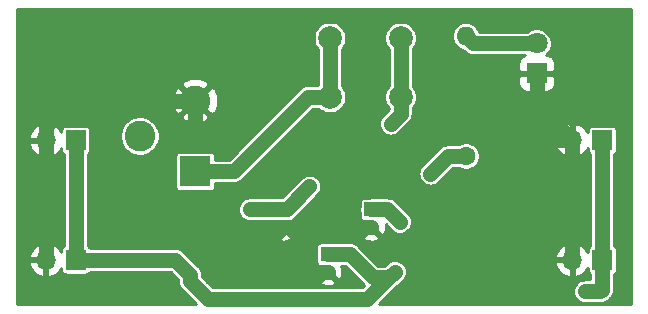
<source format=gbl>
G04 #@! TF.GenerationSoftware,KiCad,Pcbnew,(5.1.4)-1*
G04 #@! TF.CreationDate,2020-03-26T20:17:56-03:00*
G04 #@! TF.ProjectId,Protoboard-power,50726f74-6f62-46f6-9172-642d706f7765,rev?*
G04 #@! TF.SameCoordinates,Original*
G04 #@! TF.FileFunction,Copper,L2,Bot*
G04 #@! TF.FilePolarity,Positive*
%FSLAX46Y46*%
G04 Gerber Fmt 4.6, Leading zero omitted, Abs format (unit mm)*
G04 Created by KiCad (PCBNEW (5.1.4)-1) date 2020-03-26 20:17:56*
%MOMM*%
%LPD*%
G04 APERTURE LIST*
%ADD10R,1.200000X1.200000*%
%ADD11C,1.200000*%
%ADD12R,1.800000X1.800000*%
%ADD13C,1.800000*%
%ADD14R,2.600000X2.600000*%
%ADD15C,2.600000*%
%ADD16R,1.700000X1.700000*%
%ADD17O,1.700000X1.700000*%
%ADD18C,1.600000*%
%ADD19O,1.600000X1.600000*%
%ADD20C,2.000000*%
%ADD21C,0.800000*%
%ADD22C,1.250000*%
%ADD23C,0.254000*%
G04 APERTURE END LIST*
D10*
X123000000Y-85000000D03*
D11*
X123000000Y-86500000D03*
X126825000Y-90275000D03*
D10*
X126825000Y-88775000D03*
D11*
X130500000Y-86500000D03*
D10*
X130500000Y-85000000D03*
D12*
X144500000Y-73500000D03*
D13*
X144500000Y-70960000D03*
D14*
X115600000Y-81800000D03*
D15*
X115600000Y-75800000D03*
X110900000Y-78800000D03*
D16*
X105500000Y-79150000D03*
D17*
X102960000Y-79150000D03*
X102960000Y-89300000D03*
D16*
X105500000Y-89300000D03*
X150050000Y-79150000D03*
D17*
X147510000Y-79150000D03*
X147510000Y-89300000D03*
D16*
X150050000Y-89300000D03*
D18*
X138500000Y-80500000D03*
D19*
X138500000Y-70340000D03*
D20*
X133000000Y-70500000D03*
X133000000Y-75500000D03*
X127000000Y-70500000D03*
X127000000Y-75500000D03*
D21*
X105500000Y-81500000D03*
X115163990Y-90536010D03*
X132500000Y-90300000D03*
X101000000Y-68500000D03*
X101000000Y-92500000D03*
X152000000Y-92500000D03*
X152000000Y-68500000D03*
X115150000Y-70500000D03*
X130000000Y-72650000D03*
X114250000Y-86800000D03*
X147500000Y-81500000D03*
X102950000Y-81500000D03*
X121750000Y-90300000D03*
X139900000Y-86750000D03*
X120200000Y-85000000D03*
X125275000Y-83075000D03*
X135500000Y-82000000D03*
X132925000Y-86075000D03*
X148600000Y-91950000D03*
X150050000Y-81500000D03*
X132150000Y-77750000D03*
D22*
X105500000Y-79150000D02*
X105500000Y-89300000D01*
X113927980Y-89300000D02*
X115163990Y-90536010D01*
X105500000Y-89300000D02*
X113927980Y-89300000D01*
X115163990Y-91101695D02*
X116676285Y-92613990D01*
X115163990Y-90536010D02*
X115163990Y-91101695D01*
X116676285Y-92613990D02*
X130186010Y-92613990D01*
X130675000Y-90775000D02*
X132025000Y-90775000D01*
X128675000Y-88775000D02*
X130675000Y-90775000D01*
X126825000Y-88775000D02*
X128675000Y-88775000D01*
X130186010Y-92613990D02*
X132025000Y-90775000D01*
X132025000Y-90775000D02*
X132500000Y-90300000D01*
X144500000Y-76140000D02*
X147510000Y-79150000D01*
X144500000Y-73500000D02*
X144500000Y-76140000D01*
X113761523Y-75800000D02*
X115600000Y-75800000D01*
X105107919Y-75800000D02*
X113761523Y-75800000D01*
X102960000Y-77947919D02*
X105107919Y-75800000D01*
X102960000Y-79150000D02*
X102960000Y-77947919D01*
X115600000Y-77638477D02*
X113050000Y-80188477D01*
X115600000Y-75800000D02*
X115600000Y-77638477D01*
X122151472Y-86500000D02*
X123000000Y-86500000D01*
X116214998Y-86500000D02*
X122151472Y-86500000D01*
X113050000Y-83335002D02*
X116214998Y-86500000D01*
X113050000Y-80188477D02*
X113050000Y-83335002D01*
X125926472Y-90275000D02*
X126825000Y-90275000D01*
X123000000Y-86500000D02*
X130500000Y-86500000D01*
X145400000Y-79150000D02*
X142675000Y-81875000D01*
X147510000Y-79150000D02*
X145400000Y-79150000D01*
X147510000Y-79150000D02*
X147510000Y-89300000D01*
X102960000Y-79150000D02*
X102960000Y-89300000D01*
X121775000Y-90275000D02*
X121750000Y-90300000D01*
X126825000Y-90275000D02*
X121775000Y-90275000D01*
X121750000Y-87750000D02*
X123000000Y-86500000D01*
X121750000Y-90300000D02*
X121750000Y-87750000D01*
X123000000Y-85000000D02*
X120200000Y-85000000D01*
X123350000Y-85000000D02*
X125275000Y-83075000D01*
X123000000Y-85000000D02*
X123350000Y-85000000D01*
X137000000Y-80500000D02*
X135500000Y-82000000D01*
X138500000Y-80500000D02*
X137000000Y-80500000D01*
X131850000Y-85000000D02*
X132925000Y-86075000D01*
X130500000Y-85000000D02*
X131850000Y-85000000D01*
X150050000Y-79150000D02*
X150050000Y-89300000D01*
X148600000Y-91950000D02*
X149900000Y-91950000D01*
X150050000Y-91800000D02*
X150050000Y-89300000D01*
X149900000Y-91950000D02*
X150050000Y-91800000D01*
X139120000Y-70960000D02*
X138500000Y-70340000D01*
X144500000Y-70960000D02*
X139120000Y-70960000D01*
X133000000Y-70500000D02*
X133000000Y-75500000D01*
X133000000Y-76900000D02*
X132150000Y-77750000D01*
X133000000Y-75500000D02*
X133000000Y-76900000D01*
X115600000Y-81800000D02*
X118850000Y-81800000D01*
X125150000Y-75500000D02*
X127000000Y-75500000D01*
X118850000Y-81800000D02*
X125150000Y-75500000D01*
X127000000Y-70500000D02*
X127000000Y-75500000D01*
D23*
G36*
X152494001Y-93058000D02*
G01*
X131164698Y-93058000D01*
X132272698Y-91950000D01*
X147589133Y-91950000D01*
X147608557Y-92147210D01*
X147666081Y-92336842D01*
X147759495Y-92511608D01*
X147885209Y-92664791D01*
X148038392Y-92790505D01*
X148213158Y-92883919D01*
X148402790Y-92941443D01*
X148550586Y-92956000D01*
X149850586Y-92956000D01*
X149900000Y-92960867D01*
X149949414Y-92956000D01*
X150097210Y-92941443D01*
X150286842Y-92883919D01*
X150461608Y-92790505D01*
X150614791Y-92664791D01*
X150646296Y-92626402D01*
X150726402Y-92546296D01*
X150764791Y-92514791D01*
X150890505Y-92361608D01*
X150983919Y-92186842D01*
X151041443Y-91997210D01*
X151056000Y-91849414D01*
X151056000Y-91849413D01*
X151060867Y-91800001D01*
X151056000Y-91750587D01*
X151056000Y-90498627D01*
X151112696Y-90468322D01*
X151170711Y-90420711D01*
X151218322Y-90362696D01*
X151253701Y-90296508D01*
X151275487Y-90224689D01*
X151282843Y-90150000D01*
X151282843Y-88450000D01*
X151275487Y-88375311D01*
X151253701Y-88303492D01*
X151218322Y-88237304D01*
X151170711Y-88179289D01*
X151112696Y-88131678D01*
X151056000Y-88101373D01*
X151056000Y-80348627D01*
X151112696Y-80318322D01*
X151170711Y-80270711D01*
X151218322Y-80212696D01*
X151253701Y-80146508D01*
X151275487Y-80074689D01*
X151282843Y-80000000D01*
X151282843Y-78300000D01*
X151275487Y-78225311D01*
X151253701Y-78153492D01*
X151218322Y-78087304D01*
X151170711Y-78029289D01*
X151112696Y-77981678D01*
X151046508Y-77946299D01*
X150974689Y-77924513D01*
X150900000Y-77917157D01*
X149200000Y-77917157D01*
X149125311Y-77924513D01*
X149053492Y-77946299D01*
X148987304Y-77981678D01*
X148929289Y-78029289D01*
X148881678Y-78087304D01*
X148846299Y-78153492D01*
X148824513Y-78225311D01*
X148817157Y-78300000D01*
X148817157Y-78456633D01*
X148705178Y-78268645D01*
X148510269Y-78052412D01*
X148276920Y-77878359D01*
X148014099Y-77753175D01*
X147866890Y-77708524D01*
X147637000Y-77829845D01*
X147637000Y-79023000D01*
X147657000Y-79023000D01*
X147657000Y-79277000D01*
X147637000Y-79277000D01*
X147637000Y-80470155D01*
X147866890Y-80591476D01*
X148014099Y-80546825D01*
X148276920Y-80421641D01*
X148510269Y-80247588D01*
X148705178Y-80031355D01*
X148817157Y-79843367D01*
X148817157Y-80000000D01*
X148824513Y-80074689D01*
X148846299Y-80146508D01*
X148881678Y-80212696D01*
X148929289Y-80270711D01*
X148987304Y-80318322D01*
X149044000Y-80348627D01*
X149044001Y-88101372D01*
X148987304Y-88131678D01*
X148929289Y-88179289D01*
X148881678Y-88237304D01*
X148846299Y-88303492D01*
X148824513Y-88375311D01*
X148817157Y-88450000D01*
X148817157Y-88606633D01*
X148705178Y-88418645D01*
X148510269Y-88202412D01*
X148276920Y-88028359D01*
X148014099Y-87903175D01*
X147866890Y-87858524D01*
X147637000Y-87979845D01*
X147637000Y-89173000D01*
X147657000Y-89173000D01*
X147657000Y-89427000D01*
X147637000Y-89427000D01*
X147637000Y-90620155D01*
X147866890Y-90741476D01*
X148014099Y-90696825D01*
X148276920Y-90571641D01*
X148510269Y-90397588D01*
X148705178Y-90181355D01*
X148817157Y-89993367D01*
X148817157Y-90150000D01*
X148824513Y-90224689D01*
X148846299Y-90296508D01*
X148881678Y-90362696D01*
X148929289Y-90420711D01*
X148987304Y-90468322D01*
X149044001Y-90498628D01*
X149044000Y-90944000D01*
X148550586Y-90944000D01*
X148402790Y-90958557D01*
X148213158Y-91016081D01*
X148038392Y-91109495D01*
X147885209Y-91235209D01*
X147759495Y-91388392D01*
X147666081Y-91563158D01*
X147608557Y-91752790D01*
X147589133Y-91950000D01*
X132272698Y-91950000D01*
X132701409Y-91521290D01*
X132739791Y-91489791D01*
X132771296Y-91451402D01*
X133246290Y-90976408D01*
X133340504Y-90861607D01*
X133433918Y-90686843D01*
X133491443Y-90497211D01*
X133510866Y-90300001D01*
X133491443Y-90102791D01*
X133433918Y-89913159D01*
X133340504Y-89738393D01*
X133273618Y-89656891D01*
X146068519Y-89656891D01*
X146165843Y-89931252D01*
X146314822Y-90181355D01*
X146509731Y-90397588D01*
X146743080Y-90571641D01*
X147005901Y-90696825D01*
X147153110Y-90741476D01*
X147383000Y-90620155D01*
X147383000Y-89427000D01*
X146189186Y-89427000D01*
X146068519Y-89656891D01*
X133273618Y-89656891D01*
X133214790Y-89585210D01*
X133061607Y-89459496D01*
X132886841Y-89366082D01*
X132697209Y-89308557D01*
X132499999Y-89289134D01*
X132302789Y-89308557D01*
X132113157Y-89366082D01*
X131938393Y-89459496D01*
X131823592Y-89553710D01*
X131608302Y-89769000D01*
X131091699Y-89769000D01*
X130265808Y-88943109D01*
X146068519Y-88943109D01*
X146189186Y-89173000D01*
X147383000Y-89173000D01*
X147383000Y-87979845D01*
X147153110Y-87858524D01*
X147005901Y-87903175D01*
X146743080Y-88028359D01*
X146509731Y-88202412D01*
X146314822Y-88418645D01*
X146165843Y-88668748D01*
X146068519Y-88943109D01*
X130265808Y-88943109D01*
X129421296Y-88098598D01*
X129389791Y-88060209D01*
X129236608Y-87934495D01*
X129061842Y-87841081D01*
X128872210Y-87783557D01*
X128724414Y-87769000D01*
X128675000Y-87764133D01*
X128625586Y-87769000D01*
X126775586Y-87769000D01*
X126627790Y-87783557D01*
X126599439Y-87792157D01*
X126225000Y-87792157D01*
X126150311Y-87799513D01*
X126078492Y-87821299D01*
X126012304Y-87856678D01*
X125954289Y-87904289D01*
X125906678Y-87962304D01*
X125871299Y-88028492D01*
X125849513Y-88100311D01*
X125842157Y-88175000D01*
X125842157Y-88549439D01*
X125833557Y-88577790D01*
X125814133Y-88775000D01*
X125833557Y-88972210D01*
X125842157Y-89000561D01*
X125842157Y-89375000D01*
X125849513Y-89449689D01*
X125860373Y-89485491D01*
X125858128Y-89487736D01*
X125862329Y-89491937D01*
X125871299Y-89521508D01*
X125906678Y-89587696D01*
X125928810Y-89614664D01*
X125751652Y-89652148D01*
X125650763Y-89873516D01*
X125595000Y-90110313D01*
X125586505Y-90353438D01*
X125625605Y-90593549D01*
X125710798Y-90821418D01*
X125751652Y-90897852D01*
X125975236Y-90945159D01*
X126645395Y-90275000D01*
X126631253Y-90260858D01*
X126810858Y-90081253D01*
X126825000Y-90095395D01*
X126839143Y-90081253D01*
X127018748Y-90260858D01*
X127004605Y-90275000D01*
X127674764Y-90945159D01*
X127898348Y-90897852D01*
X127999237Y-90676484D01*
X128055000Y-90439687D01*
X128063495Y-90196562D01*
X128024395Y-89956451D01*
X127958799Y-89781000D01*
X128258302Y-89781000D01*
X129927301Y-91450000D01*
X129769312Y-91607990D01*
X117092984Y-91607990D01*
X116609758Y-91124764D01*
X126154841Y-91124764D01*
X126202148Y-91348348D01*
X126423516Y-91449237D01*
X126660313Y-91505000D01*
X126903438Y-91513495D01*
X127143549Y-91474395D01*
X127371418Y-91389202D01*
X127447852Y-91348348D01*
X127495159Y-91124764D01*
X126825000Y-90454605D01*
X126154841Y-91124764D01*
X116609758Y-91124764D01*
X116169990Y-90684997D01*
X116169990Y-90585423D01*
X116174857Y-90536009D01*
X116155433Y-90338799D01*
X116141067Y-90291443D01*
X116097909Y-90149168D01*
X116004495Y-89974402D01*
X115878781Y-89821219D01*
X115840397Y-89789718D01*
X114674276Y-88623598D01*
X114642771Y-88585209D01*
X114489588Y-88459495D01*
X114314822Y-88366081D01*
X114125190Y-88308557D01*
X113977394Y-88294000D01*
X113927980Y-88289133D01*
X113878566Y-88294000D01*
X106698627Y-88294000D01*
X106668322Y-88237304D01*
X106620711Y-88179289D01*
X106562696Y-88131678D01*
X106506000Y-88101373D01*
X106506000Y-87349764D01*
X122329841Y-87349764D01*
X122377148Y-87573348D01*
X122598516Y-87674237D01*
X122835313Y-87730000D01*
X123078438Y-87738495D01*
X123318549Y-87699395D01*
X123546418Y-87614202D01*
X123622852Y-87573348D01*
X123670159Y-87349764D01*
X129829841Y-87349764D01*
X129877148Y-87573348D01*
X130098516Y-87674237D01*
X130335313Y-87730000D01*
X130578438Y-87738495D01*
X130818549Y-87699395D01*
X131046418Y-87614202D01*
X131122852Y-87573348D01*
X131170159Y-87349764D01*
X130500000Y-86679605D01*
X129829841Y-87349764D01*
X123670159Y-87349764D01*
X123000000Y-86679605D01*
X122329841Y-87349764D01*
X106506000Y-87349764D01*
X106506000Y-85000000D01*
X119189133Y-85000000D01*
X119208557Y-85197210D01*
X119266081Y-85386842D01*
X119359495Y-85561608D01*
X119485209Y-85714791D01*
X119638392Y-85840505D01*
X119813158Y-85933919D01*
X120002790Y-85991443D01*
X120150586Y-86006000D01*
X121867927Y-86006000D01*
X121825763Y-86098516D01*
X121770000Y-86335313D01*
X121761505Y-86578438D01*
X121800605Y-86818549D01*
X121885798Y-87046418D01*
X121926652Y-87122852D01*
X122150236Y-87170159D01*
X122820395Y-86500000D01*
X122806253Y-86485858D01*
X122985858Y-86306253D01*
X123000000Y-86320395D01*
X123014143Y-86306253D01*
X123193748Y-86485858D01*
X123179605Y-86500000D01*
X123849764Y-87170159D01*
X124073348Y-87122852D01*
X124174237Y-86901484D01*
X124230000Y-86664687D01*
X124233013Y-86578438D01*
X129261505Y-86578438D01*
X129300605Y-86818549D01*
X129385798Y-87046418D01*
X129426652Y-87122852D01*
X129650236Y-87170159D01*
X130320395Y-86500000D01*
X130306253Y-86485858D01*
X130485858Y-86306253D01*
X130500000Y-86320395D01*
X130514143Y-86306253D01*
X130693748Y-86485858D01*
X130679605Y-86500000D01*
X131349764Y-87170159D01*
X131573348Y-87122852D01*
X131674237Y-86901484D01*
X131730000Y-86664687D01*
X131738495Y-86421562D01*
X131717026Y-86289725D01*
X132248591Y-86821290D01*
X132363392Y-86915504D01*
X132538158Y-87008919D01*
X132727790Y-87066443D01*
X132925000Y-87085867D01*
X133122210Y-87066443D01*
X133311842Y-87008919D01*
X133486607Y-86915504D01*
X133639791Y-86789791D01*
X133765504Y-86636607D01*
X133858919Y-86461842D01*
X133916443Y-86272210D01*
X133935867Y-86075000D01*
X133916443Y-85877790D01*
X133858919Y-85688158D01*
X133765504Y-85513392D01*
X133671290Y-85398591D01*
X132596296Y-84323598D01*
X132564791Y-84285209D01*
X132411608Y-84159495D01*
X132236842Y-84066081D01*
X132047210Y-84008557D01*
X131899414Y-83994000D01*
X131850000Y-83989133D01*
X131800586Y-83994000D01*
X130450586Y-83994000D01*
X130302790Y-84008557D01*
X130274439Y-84017157D01*
X129900000Y-84017157D01*
X129825311Y-84024513D01*
X129753492Y-84046299D01*
X129687304Y-84081678D01*
X129629289Y-84129289D01*
X129581678Y-84187304D01*
X129546299Y-84253492D01*
X129524513Y-84325311D01*
X129517157Y-84400000D01*
X129517157Y-84774439D01*
X129508557Y-84802790D01*
X129489133Y-85000000D01*
X129508557Y-85197210D01*
X129517157Y-85225561D01*
X129517157Y-85600000D01*
X129524513Y-85674689D01*
X129535373Y-85710491D01*
X129533128Y-85712736D01*
X129537329Y-85716937D01*
X129546299Y-85746508D01*
X129581678Y-85812696D01*
X129603810Y-85839664D01*
X129426652Y-85877148D01*
X129325763Y-86098516D01*
X129270000Y-86335313D01*
X129261505Y-86578438D01*
X124233013Y-86578438D01*
X124238495Y-86421562D01*
X124199395Y-86181451D01*
X124114202Y-85953582D01*
X124073348Y-85877148D01*
X123908363Y-85842240D01*
X123911608Y-85840505D01*
X124064791Y-85714791D01*
X124096296Y-85676402D01*
X126021290Y-83751409D01*
X126115504Y-83636608D01*
X126208918Y-83461842D01*
X126266443Y-83272211D01*
X126285867Y-83075001D01*
X126266443Y-82877791D01*
X126208918Y-82688159D01*
X126115504Y-82513393D01*
X125989790Y-82360210D01*
X125836607Y-82234496D01*
X125661841Y-82141082D01*
X125472209Y-82083557D01*
X125274999Y-82064133D01*
X125077789Y-82083557D01*
X124888158Y-82141082D01*
X124713392Y-82234496D01*
X124598591Y-82328710D01*
X122933302Y-83994000D01*
X120150586Y-83994000D01*
X120002790Y-84008557D01*
X119813158Y-84066081D01*
X119638392Y-84159495D01*
X119485209Y-84285209D01*
X119359495Y-84438392D01*
X119266081Y-84613158D01*
X119208557Y-84802790D01*
X119189133Y-85000000D01*
X106506000Y-85000000D01*
X106506000Y-80500000D01*
X113917157Y-80500000D01*
X113917157Y-83100000D01*
X113924513Y-83174689D01*
X113946299Y-83246508D01*
X113981678Y-83312696D01*
X114029289Y-83370711D01*
X114087304Y-83418322D01*
X114153492Y-83453701D01*
X114225311Y-83475487D01*
X114300000Y-83482843D01*
X116900000Y-83482843D01*
X116974689Y-83475487D01*
X117046508Y-83453701D01*
X117112696Y-83418322D01*
X117170711Y-83370711D01*
X117218322Y-83312696D01*
X117253701Y-83246508D01*
X117275487Y-83174689D01*
X117282843Y-83100000D01*
X117282843Y-82806000D01*
X118800586Y-82806000D01*
X118850000Y-82810867D01*
X118899414Y-82806000D01*
X119047210Y-82791443D01*
X119236842Y-82733919D01*
X119411608Y-82640505D01*
X119564791Y-82514791D01*
X119596296Y-82476402D01*
X120072698Y-82000000D01*
X134489133Y-82000000D01*
X134508557Y-82197209D01*
X134566081Y-82386841D01*
X134659496Y-82561607D01*
X134785210Y-82714790D01*
X134938393Y-82840504D01*
X135113159Y-82933919D01*
X135302791Y-82991443D01*
X135500000Y-83010867D01*
X135697209Y-82991443D01*
X135886841Y-82933919D01*
X136061607Y-82840504D01*
X136176408Y-82746290D01*
X137416699Y-81506000D01*
X137879843Y-81506000D01*
X137940587Y-81546588D01*
X138155515Y-81635614D01*
X138383682Y-81681000D01*
X138616318Y-81681000D01*
X138844485Y-81635614D01*
X139059413Y-81546588D01*
X139252843Y-81417342D01*
X139417342Y-81252843D01*
X139546588Y-81059413D01*
X139635614Y-80844485D01*
X139681000Y-80616318D01*
X139681000Y-80383682D01*
X139635614Y-80155515D01*
X139546588Y-79940587D01*
X139417342Y-79747157D01*
X139252843Y-79582658D01*
X139139450Y-79506891D01*
X146068519Y-79506891D01*
X146165843Y-79781252D01*
X146314822Y-80031355D01*
X146509731Y-80247588D01*
X146743080Y-80421641D01*
X147005901Y-80546825D01*
X147153110Y-80591476D01*
X147383000Y-80470155D01*
X147383000Y-79277000D01*
X146189186Y-79277000D01*
X146068519Y-79506891D01*
X139139450Y-79506891D01*
X139059413Y-79453412D01*
X138844485Y-79364386D01*
X138616318Y-79319000D01*
X138383682Y-79319000D01*
X138155515Y-79364386D01*
X137940587Y-79453412D01*
X137879843Y-79494000D01*
X137049406Y-79494000D01*
X136999999Y-79489134D01*
X136950592Y-79494000D01*
X136950586Y-79494000D01*
X136822689Y-79506597D01*
X136802789Y-79508557D01*
X136745265Y-79526007D01*
X136613158Y-79566081D01*
X136438392Y-79659495D01*
X136285209Y-79785209D01*
X136253708Y-79823593D01*
X134753710Y-81323592D01*
X134659496Y-81438393D01*
X134566081Y-81613159D01*
X134508557Y-81802791D01*
X134489133Y-82000000D01*
X120072698Y-82000000D01*
X123279589Y-78793109D01*
X146068519Y-78793109D01*
X146189186Y-79023000D01*
X147383000Y-79023000D01*
X147383000Y-77829845D01*
X147153110Y-77708524D01*
X147005901Y-77753175D01*
X146743080Y-77878359D01*
X146509731Y-78052412D01*
X146314822Y-78268645D01*
X146165843Y-78518748D01*
X146068519Y-78793109D01*
X123279589Y-78793109D01*
X124322698Y-77750000D01*
X131139133Y-77750000D01*
X131158557Y-77947209D01*
X131216081Y-78136841D01*
X131309496Y-78311607D01*
X131435210Y-78464790D01*
X131588393Y-78590504D01*
X131763159Y-78683919D01*
X131952791Y-78741443D01*
X132150000Y-78760867D01*
X132347209Y-78741443D01*
X132536841Y-78683919D01*
X132711607Y-78590504D01*
X132826408Y-78496290D01*
X133676407Y-77646292D01*
X133714791Y-77614791D01*
X133840505Y-77461608D01*
X133933919Y-77286842D01*
X133991443Y-77097210D01*
X134006000Y-76949414D01*
X134010867Y-76900000D01*
X134006000Y-76850586D01*
X134006000Y-76447029D01*
X134072693Y-76380336D01*
X134223826Y-76154149D01*
X134327929Y-75902823D01*
X134381000Y-75636017D01*
X134381000Y-75363983D01*
X134327929Y-75097177D01*
X134223826Y-74845851D01*
X134072693Y-74619664D01*
X134006000Y-74552971D01*
X134006000Y-74400000D01*
X142961928Y-74400000D01*
X142974188Y-74524482D01*
X143010498Y-74644180D01*
X143069463Y-74754494D01*
X143148815Y-74851185D01*
X143245506Y-74930537D01*
X143355820Y-74989502D01*
X143475518Y-75025812D01*
X143600000Y-75038072D01*
X144214250Y-75035000D01*
X144373000Y-74876250D01*
X144373000Y-73627000D01*
X144627000Y-73627000D01*
X144627000Y-74876250D01*
X144785750Y-75035000D01*
X145400000Y-75038072D01*
X145524482Y-75025812D01*
X145644180Y-74989502D01*
X145754494Y-74930537D01*
X145851185Y-74851185D01*
X145930537Y-74754494D01*
X145989502Y-74644180D01*
X146025812Y-74524482D01*
X146038072Y-74400000D01*
X146035000Y-73785750D01*
X145876250Y-73627000D01*
X144627000Y-73627000D01*
X144373000Y-73627000D01*
X143123750Y-73627000D01*
X142965000Y-73785750D01*
X142961928Y-74400000D01*
X134006000Y-74400000D01*
X134006000Y-71447029D01*
X134072693Y-71380336D01*
X134223826Y-71154149D01*
X134327929Y-70902823D01*
X134381000Y-70636017D01*
X134381000Y-70363983D01*
X134376230Y-70340000D01*
X137313286Y-70340000D01*
X137336088Y-70571516D01*
X137403619Y-70794136D01*
X137513283Y-70999303D01*
X137660866Y-71179134D01*
X137840697Y-71326717D01*
X138045864Y-71436381D01*
X138229340Y-71492038D01*
X138373704Y-71636402D01*
X138405209Y-71674791D01*
X138558392Y-71800505D01*
X138733158Y-71893919D01*
X138865265Y-71933993D01*
X138922789Y-71951443D01*
X138942689Y-71953403D01*
X139070586Y-71966000D01*
X139070592Y-71966000D01*
X139119999Y-71970866D01*
X139169406Y-71966000D01*
X143558655Y-71966000D01*
X143475518Y-71974188D01*
X143355820Y-72010498D01*
X143245506Y-72069463D01*
X143148815Y-72148815D01*
X143069463Y-72245506D01*
X143010498Y-72355820D01*
X142974188Y-72475518D01*
X142961928Y-72600000D01*
X142965000Y-73214250D01*
X143123750Y-73373000D01*
X144373000Y-73373000D01*
X144373000Y-73353000D01*
X144627000Y-73353000D01*
X144627000Y-73373000D01*
X145876250Y-73373000D01*
X146035000Y-73214250D01*
X146038072Y-72600000D01*
X146025812Y-72475518D01*
X145989502Y-72355820D01*
X145930537Y-72245506D01*
X145851185Y-72148815D01*
X145754494Y-72069463D01*
X145644180Y-72010498D01*
X145524482Y-71974188D01*
X145400000Y-71961928D01*
X145305541Y-71962400D01*
X145316590Y-71955018D01*
X145495018Y-71776590D01*
X145635207Y-71566781D01*
X145731772Y-71333654D01*
X145781000Y-71086167D01*
X145781000Y-70833833D01*
X145731772Y-70586346D01*
X145635207Y-70353219D01*
X145495018Y-70143410D01*
X145316590Y-69964982D01*
X145106781Y-69824793D01*
X144873654Y-69728228D01*
X144626167Y-69679000D01*
X144373833Y-69679000D01*
X144126346Y-69728228D01*
X143893219Y-69824793D01*
X143699846Y-69954000D01*
X139617050Y-69954000D01*
X139596381Y-69885864D01*
X139486717Y-69680697D01*
X139339134Y-69500866D01*
X139159303Y-69353283D01*
X138954136Y-69243619D01*
X138731516Y-69176088D01*
X138558016Y-69159000D01*
X138441984Y-69159000D01*
X138268484Y-69176088D01*
X138045864Y-69243619D01*
X137840697Y-69353283D01*
X137660866Y-69500866D01*
X137513283Y-69680697D01*
X137403619Y-69885864D01*
X137336088Y-70108484D01*
X137313286Y-70340000D01*
X134376230Y-70340000D01*
X134327929Y-70097177D01*
X134223826Y-69845851D01*
X134072693Y-69619664D01*
X133880336Y-69427307D01*
X133654149Y-69276174D01*
X133402823Y-69172071D01*
X133136017Y-69119000D01*
X132863983Y-69119000D01*
X132597177Y-69172071D01*
X132345851Y-69276174D01*
X132119664Y-69427307D01*
X131927307Y-69619664D01*
X131776174Y-69845851D01*
X131672071Y-70097177D01*
X131619000Y-70363983D01*
X131619000Y-70636017D01*
X131672071Y-70902823D01*
X131776174Y-71154149D01*
X131927307Y-71380336D01*
X131994000Y-71447029D01*
X131994001Y-74552970D01*
X131927307Y-74619664D01*
X131776174Y-74845851D01*
X131672071Y-75097177D01*
X131619000Y-75363983D01*
X131619000Y-75636017D01*
X131672071Y-75902823D01*
X131776174Y-76154149D01*
X131927307Y-76380336D01*
X131994001Y-76447030D01*
X131994001Y-76483301D01*
X131403710Y-77073592D01*
X131309496Y-77188393D01*
X131216081Y-77363159D01*
X131158557Y-77552791D01*
X131139133Y-77750000D01*
X124322698Y-77750000D01*
X125566699Y-76506000D01*
X126052971Y-76506000D01*
X126119664Y-76572693D01*
X126345851Y-76723826D01*
X126597177Y-76827929D01*
X126863983Y-76881000D01*
X127136017Y-76881000D01*
X127402823Y-76827929D01*
X127654149Y-76723826D01*
X127880336Y-76572693D01*
X128072693Y-76380336D01*
X128223826Y-76154149D01*
X128327929Y-75902823D01*
X128381000Y-75636017D01*
X128381000Y-75363983D01*
X128327929Y-75097177D01*
X128223826Y-74845851D01*
X128072693Y-74619664D01*
X128006000Y-74552971D01*
X128006000Y-71447029D01*
X128072693Y-71380336D01*
X128223826Y-71154149D01*
X128327929Y-70902823D01*
X128381000Y-70636017D01*
X128381000Y-70363983D01*
X128327929Y-70097177D01*
X128223826Y-69845851D01*
X128072693Y-69619664D01*
X127880336Y-69427307D01*
X127654149Y-69276174D01*
X127402823Y-69172071D01*
X127136017Y-69119000D01*
X126863983Y-69119000D01*
X126597177Y-69172071D01*
X126345851Y-69276174D01*
X126119664Y-69427307D01*
X125927307Y-69619664D01*
X125776174Y-69845851D01*
X125672071Y-70097177D01*
X125619000Y-70363983D01*
X125619000Y-70636017D01*
X125672071Y-70902823D01*
X125776174Y-71154149D01*
X125927307Y-71380336D01*
X125994000Y-71447029D01*
X125994001Y-74494000D01*
X125199406Y-74494000D01*
X125149999Y-74489134D01*
X125100592Y-74494000D01*
X125100586Y-74494000D01*
X124972689Y-74506597D01*
X124952789Y-74508557D01*
X124900292Y-74524482D01*
X124763158Y-74566081D01*
X124588392Y-74659495D01*
X124435209Y-74785209D01*
X124403708Y-74823593D01*
X118433302Y-80794000D01*
X117282843Y-80794000D01*
X117282843Y-80500000D01*
X117275487Y-80425311D01*
X117253701Y-80353492D01*
X117218322Y-80287304D01*
X117170711Y-80229289D01*
X117112696Y-80181678D01*
X117046508Y-80146299D01*
X116974689Y-80124513D01*
X116900000Y-80117157D01*
X114300000Y-80117157D01*
X114225311Y-80124513D01*
X114153492Y-80146299D01*
X114087304Y-80181678D01*
X114029289Y-80229289D01*
X113981678Y-80287304D01*
X113946299Y-80353492D01*
X113924513Y-80425311D01*
X113917157Y-80500000D01*
X106506000Y-80500000D01*
X106506000Y-80348627D01*
X106562696Y-80318322D01*
X106620711Y-80270711D01*
X106668322Y-80212696D01*
X106703701Y-80146508D01*
X106725487Y-80074689D01*
X106732843Y-80000000D01*
X106732843Y-78634436D01*
X109219000Y-78634436D01*
X109219000Y-78965564D01*
X109283600Y-79290330D01*
X109410317Y-79596252D01*
X109594282Y-79871575D01*
X109828425Y-80105718D01*
X110103748Y-80289683D01*
X110409670Y-80416400D01*
X110734436Y-80481000D01*
X111065564Y-80481000D01*
X111390330Y-80416400D01*
X111696252Y-80289683D01*
X111971575Y-80105718D01*
X112205718Y-79871575D01*
X112389683Y-79596252D01*
X112516400Y-79290330D01*
X112581000Y-78965564D01*
X112581000Y-78634436D01*
X112516400Y-78309670D01*
X112389683Y-78003748D01*
X112205718Y-77728425D01*
X111971575Y-77494282D01*
X111696252Y-77310317D01*
X111390330Y-77183600D01*
X111217511Y-77149224D01*
X114430381Y-77149224D01*
X114562317Y-77444312D01*
X114903045Y-77615159D01*
X115270557Y-77716250D01*
X115650729Y-77743701D01*
X116028951Y-77696457D01*
X116390690Y-77576333D01*
X116637683Y-77444312D01*
X116769619Y-77149224D01*
X115600000Y-75979605D01*
X114430381Y-77149224D01*
X111217511Y-77149224D01*
X111065564Y-77119000D01*
X110734436Y-77119000D01*
X110409670Y-77183600D01*
X110103748Y-77310317D01*
X109828425Y-77494282D01*
X109594282Y-77728425D01*
X109410317Y-78003748D01*
X109283600Y-78309670D01*
X109219000Y-78634436D01*
X106732843Y-78634436D01*
X106732843Y-78300000D01*
X106725487Y-78225311D01*
X106703701Y-78153492D01*
X106668322Y-78087304D01*
X106620711Y-78029289D01*
X106562696Y-77981678D01*
X106496508Y-77946299D01*
X106424689Y-77924513D01*
X106350000Y-77917157D01*
X104650000Y-77917157D01*
X104575311Y-77924513D01*
X104503492Y-77946299D01*
X104437304Y-77981678D01*
X104379289Y-78029289D01*
X104331678Y-78087304D01*
X104296299Y-78153492D01*
X104274513Y-78225311D01*
X104267157Y-78300000D01*
X104267157Y-78456633D01*
X104155178Y-78268645D01*
X103960269Y-78052412D01*
X103726920Y-77878359D01*
X103464099Y-77753175D01*
X103316890Y-77708524D01*
X103087000Y-77829845D01*
X103087000Y-79023000D01*
X103107000Y-79023000D01*
X103107000Y-79277000D01*
X103087000Y-79277000D01*
X103087000Y-80470155D01*
X103316890Y-80591476D01*
X103464099Y-80546825D01*
X103726920Y-80421641D01*
X103960269Y-80247588D01*
X104155178Y-80031355D01*
X104267157Y-79843367D01*
X104267157Y-80000000D01*
X104274513Y-80074689D01*
X104296299Y-80146508D01*
X104331678Y-80212696D01*
X104379289Y-80270711D01*
X104437304Y-80318322D01*
X104494000Y-80348627D01*
X104494001Y-88101372D01*
X104437304Y-88131678D01*
X104379289Y-88179289D01*
X104331678Y-88237304D01*
X104296299Y-88303492D01*
X104274513Y-88375311D01*
X104267157Y-88450000D01*
X104267157Y-88606633D01*
X104155178Y-88418645D01*
X103960269Y-88202412D01*
X103726920Y-88028359D01*
X103464099Y-87903175D01*
X103316890Y-87858524D01*
X103087000Y-87979845D01*
X103087000Y-89173000D01*
X103107000Y-89173000D01*
X103107000Y-89427000D01*
X103087000Y-89427000D01*
X103087000Y-90620155D01*
X103316890Y-90741476D01*
X103464099Y-90696825D01*
X103726920Y-90571641D01*
X103960269Y-90397588D01*
X104155178Y-90181355D01*
X104267157Y-89993367D01*
X104267157Y-90150000D01*
X104274513Y-90224689D01*
X104296299Y-90296508D01*
X104331678Y-90362696D01*
X104379289Y-90420711D01*
X104437304Y-90468322D01*
X104503492Y-90503701D01*
X104575311Y-90525487D01*
X104650000Y-90532843D01*
X106350000Y-90532843D01*
X106424689Y-90525487D01*
X106496508Y-90503701D01*
X106562696Y-90468322D01*
X106620711Y-90420711D01*
X106668322Y-90362696D01*
X106698627Y-90306000D01*
X113511282Y-90306000D01*
X114157990Y-90952709D01*
X114157990Y-91052281D01*
X114153123Y-91101695D01*
X114172547Y-91298904D01*
X114230071Y-91488536D01*
X114250873Y-91527453D01*
X114323486Y-91663303D01*
X114449200Y-91816486D01*
X114487583Y-91847986D01*
X115697596Y-93058000D01*
X100506000Y-93058000D01*
X100506000Y-89656891D01*
X101518519Y-89656891D01*
X101615843Y-89931252D01*
X101764822Y-90181355D01*
X101959731Y-90397588D01*
X102193080Y-90571641D01*
X102455901Y-90696825D01*
X102603110Y-90741476D01*
X102833000Y-90620155D01*
X102833000Y-89427000D01*
X101639186Y-89427000D01*
X101518519Y-89656891D01*
X100506000Y-89656891D01*
X100506000Y-88943109D01*
X101518519Y-88943109D01*
X101639186Y-89173000D01*
X102833000Y-89173000D01*
X102833000Y-87979845D01*
X102603110Y-87858524D01*
X102455901Y-87903175D01*
X102193080Y-88028359D01*
X101959731Y-88202412D01*
X101764822Y-88418645D01*
X101615843Y-88668748D01*
X101518519Y-88943109D01*
X100506000Y-88943109D01*
X100506000Y-79506891D01*
X101518519Y-79506891D01*
X101615843Y-79781252D01*
X101764822Y-80031355D01*
X101959731Y-80247588D01*
X102193080Y-80421641D01*
X102455901Y-80546825D01*
X102603110Y-80591476D01*
X102833000Y-80470155D01*
X102833000Y-79277000D01*
X101639186Y-79277000D01*
X101518519Y-79506891D01*
X100506000Y-79506891D01*
X100506000Y-78793109D01*
X101518519Y-78793109D01*
X101639186Y-79023000D01*
X102833000Y-79023000D01*
X102833000Y-77829845D01*
X102603110Y-77708524D01*
X102455901Y-77753175D01*
X102193080Y-77878359D01*
X101959731Y-78052412D01*
X101764822Y-78268645D01*
X101615843Y-78518748D01*
X101518519Y-78793109D01*
X100506000Y-78793109D01*
X100506000Y-75850729D01*
X113656299Y-75850729D01*
X113703543Y-76228951D01*
X113823667Y-76590690D01*
X113955688Y-76837683D01*
X114250776Y-76969619D01*
X115420395Y-75800000D01*
X115779605Y-75800000D01*
X116949224Y-76969619D01*
X117244312Y-76837683D01*
X117415159Y-76496955D01*
X117516250Y-76129443D01*
X117543701Y-75749271D01*
X117496457Y-75371049D01*
X117376333Y-75009310D01*
X117244312Y-74762317D01*
X116949224Y-74630381D01*
X115779605Y-75800000D01*
X115420395Y-75800000D01*
X114250776Y-74630381D01*
X113955688Y-74762317D01*
X113784841Y-75103045D01*
X113683750Y-75470557D01*
X113656299Y-75850729D01*
X100506000Y-75850729D01*
X100506000Y-74450776D01*
X114430381Y-74450776D01*
X115600000Y-75620395D01*
X116769619Y-74450776D01*
X116637683Y-74155688D01*
X116296955Y-73984841D01*
X115929443Y-73883750D01*
X115549271Y-73856299D01*
X115171049Y-73903543D01*
X114809310Y-74023667D01*
X114562317Y-74155688D01*
X114430381Y-74450776D01*
X100506000Y-74450776D01*
X100506000Y-68070000D01*
X152494000Y-68070000D01*
X152494001Y-93058000D01*
X152494001Y-93058000D01*
G37*
X152494001Y-93058000D02*
X131164698Y-93058000D01*
X132272698Y-91950000D01*
X147589133Y-91950000D01*
X147608557Y-92147210D01*
X147666081Y-92336842D01*
X147759495Y-92511608D01*
X147885209Y-92664791D01*
X148038392Y-92790505D01*
X148213158Y-92883919D01*
X148402790Y-92941443D01*
X148550586Y-92956000D01*
X149850586Y-92956000D01*
X149900000Y-92960867D01*
X149949414Y-92956000D01*
X150097210Y-92941443D01*
X150286842Y-92883919D01*
X150461608Y-92790505D01*
X150614791Y-92664791D01*
X150646296Y-92626402D01*
X150726402Y-92546296D01*
X150764791Y-92514791D01*
X150890505Y-92361608D01*
X150983919Y-92186842D01*
X151041443Y-91997210D01*
X151056000Y-91849414D01*
X151056000Y-91849413D01*
X151060867Y-91800001D01*
X151056000Y-91750587D01*
X151056000Y-90498627D01*
X151112696Y-90468322D01*
X151170711Y-90420711D01*
X151218322Y-90362696D01*
X151253701Y-90296508D01*
X151275487Y-90224689D01*
X151282843Y-90150000D01*
X151282843Y-88450000D01*
X151275487Y-88375311D01*
X151253701Y-88303492D01*
X151218322Y-88237304D01*
X151170711Y-88179289D01*
X151112696Y-88131678D01*
X151056000Y-88101373D01*
X151056000Y-80348627D01*
X151112696Y-80318322D01*
X151170711Y-80270711D01*
X151218322Y-80212696D01*
X151253701Y-80146508D01*
X151275487Y-80074689D01*
X151282843Y-80000000D01*
X151282843Y-78300000D01*
X151275487Y-78225311D01*
X151253701Y-78153492D01*
X151218322Y-78087304D01*
X151170711Y-78029289D01*
X151112696Y-77981678D01*
X151046508Y-77946299D01*
X150974689Y-77924513D01*
X150900000Y-77917157D01*
X149200000Y-77917157D01*
X149125311Y-77924513D01*
X149053492Y-77946299D01*
X148987304Y-77981678D01*
X148929289Y-78029289D01*
X148881678Y-78087304D01*
X148846299Y-78153492D01*
X148824513Y-78225311D01*
X148817157Y-78300000D01*
X148817157Y-78456633D01*
X148705178Y-78268645D01*
X148510269Y-78052412D01*
X148276920Y-77878359D01*
X148014099Y-77753175D01*
X147866890Y-77708524D01*
X147637000Y-77829845D01*
X147637000Y-79023000D01*
X147657000Y-79023000D01*
X147657000Y-79277000D01*
X147637000Y-79277000D01*
X147637000Y-80470155D01*
X147866890Y-80591476D01*
X148014099Y-80546825D01*
X148276920Y-80421641D01*
X148510269Y-80247588D01*
X148705178Y-80031355D01*
X148817157Y-79843367D01*
X148817157Y-80000000D01*
X148824513Y-80074689D01*
X148846299Y-80146508D01*
X148881678Y-80212696D01*
X148929289Y-80270711D01*
X148987304Y-80318322D01*
X149044000Y-80348627D01*
X149044001Y-88101372D01*
X148987304Y-88131678D01*
X148929289Y-88179289D01*
X148881678Y-88237304D01*
X148846299Y-88303492D01*
X148824513Y-88375311D01*
X148817157Y-88450000D01*
X148817157Y-88606633D01*
X148705178Y-88418645D01*
X148510269Y-88202412D01*
X148276920Y-88028359D01*
X148014099Y-87903175D01*
X147866890Y-87858524D01*
X147637000Y-87979845D01*
X147637000Y-89173000D01*
X147657000Y-89173000D01*
X147657000Y-89427000D01*
X147637000Y-89427000D01*
X147637000Y-90620155D01*
X147866890Y-90741476D01*
X148014099Y-90696825D01*
X148276920Y-90571641D01*
X148510269Y-90397588D01*
X148705178Y-90181355D01*
X148817157Y-89993367D01*
X148817157Y-90150000D01*
X148824513Y-90224689D01*
X148846299Y-90296508D01*
X148881678Y-90362696D01*
X148929289Y-90420711D01*
X148987304Y-90468322D01*
X149044001Y-90498628D01*
X149044000Y-90944000D01*
X148550586Y-90944000D01*
X148402790Y-90958557D01*
X148213158Y-91016081D01*
X148038392Y-91109495D01*
X147885209Y-91235209D01*
X147759495Y-91388392D01*
X147666081Y-91563158D01*
X147608557Y-91752790D01*
X147589133Y-91950000D01*
X132272698Y-91950000D01*
X132701409Y-91521290D01*
X132739791Y-91489791D01*
X132771296Y-91451402D01*
X133246290Y-90976408D01*
X133340504Y-90861607D01*
X133433918Y-90686843D01*
X133491443Y-90497211D01*
X133510866Y-90300001D01*
X133491443Y-90102791D01*
X133433918Y-89913159D01*
X133340504Y-89738393D01*
X133273618Y-89656891D01*
X146068519Y-89656891D01*
X146165843Y-89931252D01*
X146314822Y-90181355D01*
X146509731Y-90397588D01*
X146743080Y-90571641D01*
X147005901Y-90696825D01*
X147153110Y-90741476D01*
X147383000Y-90620155D01*
X147383000Y-89427000D01*
X146189186Y-89427000D01*
X146068519Y-89656891D01*
X133273618Y-89656891D01*
X133214790Y-89585210D01*
X133061607Y-89459496D01*
X132886841Y-89366082D01*
X132697209Y-89308557D01*
X132499999Y-89289134D01*
X132302789Y-89308557D01*
X132113157Y-89366082D01*
X131938393Y-89459496D01*
X131823592Y-89553710D01*
X131608302Y-89769000D01*
X131091699Y-89769000D01*
X130265808Y-88943109D01*
X146068519Y-88943109D01*
X146189186Y-89173000D01*
X147383000Y-89173000D01*
X147383000Y-87979845D01*
X147153110Y-87858524D01*
X147005901Y-87903175D01*
X146743080Y-88028359D01*
X146509731Y-88202412D01*
X146314822Y-88418645D01*
X146165843Y-88668748D01*
X146068519Y-88943109D01*
X130265808Y-88943109D01*
X129421296Y-88098598D01*
X129389791Y-88060209D01*
X129236608Y-87934495D01*
X129061842Y-87841081D01*
X128872210Y-87783557D01*
X128724414Y-87769000D01*
X128675000Y-87764133D01*
X128625586Y-87769000D01*
X126775586Y-87769000D01*
X126627790Y-87783557D01*
X126599439Y-87792157D01*
X126225000Y-87792157D01*
X126150311Y-87799513D01*
X126078492Y-87821299D01*
X126012304Y-87856678D01*
X125954289Y-87904289D01*
X125906678Y-87962304D01*
X125871299Y-88028492D01*
X125849513Y-88100311D01*
X125842157Y-88175000D01*
X125842157Y-88549439D01*
X125833557Y-88577790D01*
X125814133Y-88775000D01*
X125833557Y-88972210D01*
X125842157Y-89000561D01*
X125842157Y-89375000D01*
X125849513Y-89449689D01*
X125860373Y-89485491D01*
X125858128Y-89487736D01*
X125862329Y-89491937D01*
X125871299Y-89521508D01*
X125906678Y-89587696D01*
X125928810Y-89614664D01*
X125751652Y-89652148D01*
X125650763Y-89873516D01*
X125595000Y-90110313D01*
X125586505Y-90353438D01*
X125625605Y-90593549D01*
X125710798Y-90821418D01*
X125751652Y-90897852D01*
X125975236Y-90945159D01*
X126645395Y-90275000D01*
X126631253Y-90260858D01*
X126810858Y-90081253D01*
X126825000Y-90095395D01*
X126839143Y-90081253D01*
X127018748Y-90260858D01*
X127004605Y-90275000D01*
X127674764Y-90945159D01*
X127898348Y-90897852D01*
X127999237Y-90676484D01*
X128055000Y-90439687D01*
X128063495Y-90196562D01*
X128024395Y-89956451D01*
X127958799Y-89781000D01*
X128258302Y-89781000D01*
X129927301Y-91450000D01*
X129769312Y-91607990D01*
X117092984Y-91607990D01*
X116609758Y-91124764D01*
X126154841Y-91124764D01*
X126202148Y-91348348D01*
X126423516Y-91449237D01*
X126660313Y-91505000D01*
X126903438Y-91513495D01*
X127143549Y-91474395D01*
X127371418Y-91389202D01*
X127447852Y-91348348D01*
X127495159Y-91124764D01*
X126825000Y-90454605D01*
X126154841Y-91124764D01*
X116609758Y-91124764D01*
X116169990Y-90684997D01*
X116169990Y-90585423D01*
X116174857Y-90536009D01*
X116155433Y-90338799D01*
X116141067Y-90291443D01*
X116097909Y-90149168D01*
X116004495Y-89974402D01*
X115878781Y-89821219D01*
X115840397Y-89789718D01*
X114674276Y-88623598D01*
X114642771Y-88585209D01*
X114489588Y-88459495D01*
X114314822Y-88366081D01*
X114125190Y-88308557D01*
X113977394Y-88294000D01*
X113927980Y-88289133D01*
X113878566Y-88294000D01*
X106698627Y-88294000D01*
X106668322Y-88237304D01*
X106620711Y-88179289D01*
X106562696Y-88131678D01*
X106506000Y-88101373D01*
X106506000Y-87349764D01*
X122329841Y-87349764D01*
X122377148Y-87573348D01*
X122598516Y-87674237D01*
X122835313Y-87730000D01*
X123078438Y-87738495D01*
X123318549Y-87699395D01*
X123546418Y-87614202D01*
X123622852Y-87573348D01*
X123670159Y-87349764D01*
X129829841Y-87349764D01*
X129877148Y-87573348D01*
X130098516Y-87674237D01*
X130335313Y-87730000D01*
X130578438Y-87738495D01*
X130818549Y-87699395D01*
X131046418Y-87614202D01*
X131122852Y-87573348D01*
X131170159Y-87349764D01*
X130500000Y-86679605D01*
X129829841Y-87349764D01*
X123670159Y-87349764D01*
X123000000Y-86679605D01*
X122329841Y-87349764D01*
X106506000Y-87349764D01*
X106506000Y-85000000D01*
X119189133Y-85000000D01*
X119208557Y-85197210D01*
X119266081Y-85386842D01*
X119359495Y-85561608D01*
X119485209Y-85714791D01*
X119638392Y-85840505D01*
X119813158Y-85933919D01*
X120002790Y-85991443D01*
X120150586Y-86006000D01*
X121867927Y-86006000D01*
X121825763Y-86098516D01*
X121770000Y-86335313D01*
X121761505Y-86578438D01*
X121800605Y-86818549D01*
X121885798Y-87046418D01*
X121926652Y-87122852D01*
X122150236Y-87170159D01*
X122820395Y-86500000D01*
X122806253Y-86485858D01*
X122985858Y-86306253D01*
X123000000Y-86320395D01*
X123014143Y-86306253D01*
X123193748Y-86485858D01*
X123179605Y-86500000D01*
X123849764Y-87170159D01*
X124073348Y-87122852D01*
X124174237Y-86901484D01*
X124230000Y-86664687D01*
X124233013Y-86578438D01*
X129261505Y-86578438D01*
X129300605Y-86818549D01*
X129385798Y-87046418D01*
X129426652Y-87122852D01*
X129650236Y-87170159D01*
X130320395Y-86500000D01*
X130306253Y-86485858D01*
X130485858Y-86306253D01*
X130500000Y-86320395D01*
X130514143Y-86306253D01*
X130693748Y-86485858D01*
X130679605Y-86500000D01*
X131349764Y-87170159D01*
X131573348Y-87122852D01*
X131674237Y-86901484D01*
X131730000Y-86664687D01*
X131738495Y-86421562D01*
X131717026Y-86289725D01*
X132248591Y-86821290D01*
X132363392Y-86915504D01*
X132538158Y-87008919D01*
X132727790Y-87066443D01*
X132925000Y-87085867D01*
X133122210Y-87066443D01*
X133311842Y-87008919D01*
X133486607Y-86915504D01*
X133639791Y-86789791D01*
X133765504Y-86636607D01*
X133858919Y-86461842D01*
X133916443Y-86272210D01*
X133935867Y-86075000D01*
X133916443Y-85877790D01*
X133858919Y-85688158D01*
X133765504Y-85513392D01*
X133671290Y-85398591D01*
X132596296Y-84323598D01*
X132564791Y-84285209D01*
X132411608Y-84159495D01*
X132236842Y-84066081D01*
X132047210Y-84008557D01*
X131899414Y-83994000D01*
X131850000Y-83989133D01*
X131800586Y-83994000D01*
X130450586Y-83994000D01*
X130302790Y-84008557D01*
X130274439Y-84017157D01*
X129900000Y-84017157D01*
X129825311Y-84024513D01*
X129753492Y-84046299D01*
X129687304Y-84081678D01*
X129629289Y-84129289D01*
X129581678Y-84187304D01*
X129546299Y-84253492D01*
X129524513Y-84325311D01*
X129517157Y-84400000D01*
X129517157Y-84774439D01*
X129508557Y-84802790D01*
X129489133Y-85000000D01*
X129508557Y-85197210D01*
X129517157Y-85225561D01*
X129517157Y-85600000D01*
X129524513Y-85674689D01*
X129535373Y-85710491D01*
X129533128Y-85712736D01*
X129537329Y-85716937D01*
X129546299Y-85746508D01*
X129581678Y-85812696D01*
X129603810Y-85839664D01*
X129426652Y-85877148D01*
X129325763Y-86098516D01*
X129270000Y-86335313D01*
X129261505Y-86578438D01*
X124233013Y-86578438D01*
X124238495Y-86421562D01*
X124199395Y-86181451D01*
X124114202Y-85953582D01*
X124073348Y-85877148D01*
X123908363Y-85842240D01*
X123911608Y-85840505D01*
X124064791Y-85714791D01*
X124096296Y-85676402D01*
X126021290Y-83751409D01*
X126115504Y-83636608D01*
X126208918Y-83461842D01*
X126266443Y-83272211D01*
X126285867Y-83075001D01*
X126266443Y-82877791D01*
X126208918Y-82688159D01*
X126115504Y-82513393D01*
X125989790Y-82360210D01*
X125836607Y-82234496D01*
X125661841Y-82141082D01*
X125472209Y-82083557D01*
X125274999Y-82064133D01*
X125077789Y-82083557D01*
X124888158Y-82141082D01*
X124713392Y-82234496D01*
X124598591Y-82328710D01*
X122933302Y-83994000D01*
X120150586Y-83994000D01*
X120002790Y-84008557D01*
X119813158Y-84066081D01*
X119638392Y-84159495D01*
X119485209Y-84285209D01*
X119359495Y-84438392D01*
X119266081Y-84613158D01*
X119208557Y-84802790D01*
X119189133Y-85000000D01*
X106506000Y-85000000D01*
X106506000Y-80500000D01*
X113917157Y-80500000D01*
X113917157Y-83100000D01*
X113924513Y-83174689D01*
X113946299Y-83246508D01*
X113981678Y-83312696D01*
X114029289Y-83370711D01*
X114087304Y-83418322D01*
X114153492Y-83453701D01*
X114225311Y-83475487D01*
X114300000Y-83482843D01*
X116900000Y-83482843D01*
X116974689Y-83475487D01*
X117046508Y-83453701D01*
X117112696Y-83418322D01*
X117170711Y-83370711D01*
X117218322Y-83312696D01*
X117253701Y-83246508D01*
X117275487Y-83174689D01*
X117282843Y-83100000D01*
X117282843Y-82806000D01*
X118800586Y-82806000D01*
X118850000Y-82810867D01*
X118899414Y-82806000D01*
X119047210Y-82791443D01*
X119236842Y-82733919D01*
X119411608Y-82640505D01*
X119564791Y-82514791D01*
X119596296Y-82476402D01*
X120072698Y-82000000D01*
X134489133Y-82000000D01*
X134508557Y-82197209D01*
X134566081Y-82386841D01*
X134659496Y-82561607D01*
X134785210Y-82714790D01*
X134938393Y-82840504D01*
X135113159Y-82933919D01*
X135302791Y-82991443D01*
X135500000Y-83010867D01*
X135697209Y-82991443D01*
X135886841Y-82933919D01*
X136061607Y-82840504D01*
X136176408Y-82746290D01*
X137416699Y-81506000D01*
X137879843Y-81506000D01*
X137940587Y-81546588D01*
X138155515Y-81635614D01*
X138383682Y-81681000D01*
X138616318Y-81681000D01*
X138844485Y-81635614D01*
X139059413Y-81546588D01*
X139252843Y-81417342D01*
X139417342Y-81252843D01*
X139546588Y-81059413D01*
X139635614Y-80844485D01*
X139681000Y-80616318D01*
X139681000Y-80383682D01*
X139635614Y-80155515D01*
X139546588Y-79940587D01*
X139417342Y-79747157D01*
X139252843Y-79582658D01*
X139139450Y-79506891D01*
X146068519Y-79506891D01*
X146165843Y-79781252D01*
X146314822Y-80031355D01*
X146509731Y-80247588D01*
X146743080Y-80421641D01*
X147005901Y-80546825D01*
X147153110Y-80591476D01*
X147383000Y-80470155D01*
X147383000Y-79277000D01*
X146189186Y-79277000D01*
X146068519Y-79506891D01*
X139139450Y-79506891D01*
X139059413Y-79453412D01*
X138844485Y-79364386D01*
X138616318Y-79319000D01*
X138383682Y-79319000D01*
X138155515Y-79364386D01*
X137940587Y-79453412D01*
X137879843Y-79494000D01*
X137049406Y-79494000D01*
X136999999Y-79489134D01*
X136950592Y-79494000D01*
X136950586Y-79494000D01*
X136822689Y-79506597D01*
X136802789Y-79508557D01*
X136745265Y-79526007D01*
X136613158Y-79566081D01*
X136438392Y-79659495D01*
X136285209Y-79785209D01*
X136253708Y-79823593D01*
X134753710Y-81323592D01*
X134659496Y-81438393D01*
X134566081Y-81613159D01*
X134508557Y-81802791D01*
X134489133Y-82000000D01*
X120072698Y-82000000D01*
X123279589Y-78793109D01*
X146068519Y-78793109D01*
X146189186Y-79023000D01*
X147383000Y-79023000D01*
X147383000Y-77829845D01*
X147153110Y-77708524D01*
X147005901Y-77753175D01*
X146743080Y-77878359D01*
X146509731Y-78052412D01*
X146314822Y-78268645D01*
X146165843Y-78518748D01*
X146068519Y-78793109D01*
X123279589Y-78793109D01*
X124322698Y-77750000D01*
X131139133Y-77750000D01*
X131158557Y-77947209D01*
X131216081Y-78136841D01*
X131309496Y-78311607D01*
X131435210Y-78464790D01*
X131588393Y-78590504D01*
X131763159Y-78683919D01*
X131952791Y-78741443D01*
X132150000Y-78760867D01*
X132347209Y-78741443D01*
X132536841Y-78683919D01*
X132711607Y-78590504D01*
X132826408Y-78496290D01*
X133676407Y-77646292D01*
X133714791Y-77614791D01*
X133840505Y-77461608D01*
X133933919Y-77286842D01*
X133991443Y-77097210D01*
X134006000Y-76949414D01*
X134010867Y-76900000D01*
X134006000Y-76850586D01*
X134006000Y-76447029D01*
X134072693Y-76380336D01*
X134223826Y-76154149D01*
X134327929Y-75902823D01*
X134381000Y-75636017D01*
X134381000Y-75363983D01*
X134327929Y-75097177D01*
X134223826Y-74845851D01*
X134072693Y-74619664D01*
X134006000Y-74552971D01*
X134006000Y-74400000D01*
X142961928Y-74400000D01*
X142974188Y-74524482D01*
X143010498Y-74644180D01*
X143069463Y-74754494D01*
X143148815Y-74851185D01*
X143245506Y-74930537D01*
X143355820Y-74989502D01*
X143475518Y-75025812D01*
X143600000Y-75038072D01*
X144214250Y-75035000D01*
X144373000Y-74876250D01*
X144373000Y-73627000D01*
X144627000Y-73627000D01*
X144627000Y-74876250D01*
X144785750Y-75035000D01*
X145400000Y-75038072D01*
X145524482Y-75025812D01*
X145644180Y-74989502D01*
X145754494Y-74930537D01*
X145851185Y-74851185D01*
X145930537Y-74754494D01*
X145989502Y-74644180D01*
X146025812Y-74524482D01*
X146038072Y-74400000D01*
X146035000Y-73785750D01*
X145876250Y-73627000D01*
X144627000Y-73627000D01*
X144373000Y-73627000D01*
X143123750Y-73627000D01*
X142965000Y-73785750D01*
X142961928Y-74400000D01*
X134006000Y-74400000D01*
X134006000Y-71447029D01*
X134072693Y-71380336D01*
X134223826Y-71154149D01*
X134327929Y-70902823D01*
X134381000Y-70636017D01*
X134381000Y-70363983D01*
X134376230Y-70340000D01*
X137313286Y-70340000D01*
X137336088Y-70571516D01*
X137403619Y-70794136D01*
X137513283Y-70999303D01*
X137660866Y-71179134D01*
X137840697Y-71326717D01*
X138045864Y-71436381D01*
X138229340Y-71492038D01*
X138373704Y-71636402D01*
X138405209Y-71674791D01*
X138558392Y-71800505D01*
X138733158Y-71893919D01*
X138865265Y-71933993D01*
X138922789Y-71951443D01*
X138942689Y-71953403D01*
X139070586Y-71966000D01*
X139070592Y-71966000D01*
X139119999Y-71970866D01*
X139169406Y-71966000D01*
X143558655Y-71966000D01*
X143475518Y-71974188D01*
X143355820Y-72010498D01*
X143245506Y-72069463D01*
X143148815Y-72148815D01*
X143069463Y-72245506D01*
X143010498Y-72355820D01*
X142974188Y-72475518D01*
X142961928Y-72600000D01*
X142965000Y-73214250D01*
X143123750Y-73373000D01*
X144373000Y-73373000D01*
X144373000Y-73353000D01*
X144627000Y-73353000D01*
X144627000Y-73373000D01*
X145876250Y-73373000D01*
X146035000Y-73214250D01*
X146038072Y-72600000D01*
X146025812Y-72475518D01*
X145989502Y-72355820D01*
X145930537Y-72245506D01*
X145851185Y-72148815D01*
X145754494Y-72069463D01*
X145644180Y-72010498D01*
X145524482Y-71974188D01*
X145400000Y-71961928D01*
X145305541Y-71962400D01*
X145316590Y-71955018D01*
X145495018Y-71776590D01*
X145635207Y-71566781D01*
X145731772Y-71333654D01*
X145781000Y-71086167D01*
X145781000Y-70833833D01*
X145731772Y-70586346D01*
X145635207Y-70353219D01*
X145495018Y-70143410D01*
X145316590Y-69964982D01*
X145106781Y-69824793D01*
X144873654Y-69728228D01*
X144626167Y-69679000D01*
X144373833Y-69679000D01*
X144126346Y-69728228D01*
X143893219Y-69824793D01*
X143699846Y-69954000D01*
X139617050Y-69954000D01*
X139596381Y-69885864D01*
X139486717Y-69680697D01*
X139339134Y-69500866D01*
X139159303Y-69353283D01*
X138954136Y-69243619D01*
X138731516Y-69176088D01*
X138558016Y-69159000D01*
X138441984Y-69159000D01*
X138268484Y-69176088D01*
X138045864Y-69243619D01*
X137840697Y-69353283D01*
X137660866Y-69500866D01*
X137513283Y-69680697D01*
X137403619Y-69885864D01*
X137336088Y-70108484D01*
X137313286Y-70340000D01*
X134376230Y-70340000D01*
X134327929Y-70097177D01*
X134223826Y-69845851D01*
X134072693Y-69619664D01*
X133880336Y-69427307D01*
X133654149Y-69276174D01*
X133402823Y-69172071D01*
X133136017Y-69119000D01*
X132863983Y-69119000D01*
X132597177Y-69172071D01*
X132345851Y-69276174D01*
X132119664Y-69427307D01*
X131927307Y-69619664D01*
X131776174Y-69845851D01*
X131672071Y-70097177D01*
X131619000Y-70363983D01*
X131619000Y-70636017D01*
X131672071Y-70902823D01*
X131776174Y-71154149D01*
X131927307Y-71380336D01*
X131994000Y-71447029D01*
X131994001Y-74552970D01*
X131927307Y-74619664D01*
X131776174Y-74845851D01*
X131672071Y-75097177D01*
X131619000Y-75363983D01*
X131619000Y-75636017D01*
X131672071Y-75902823D01*
X131776174Y-76154149D01*
X131927307Y-76380336D01*
X131994001Y-76447030D01*
X131994001Y-76483301D01*
X131403710Y-77073592D01*
X131309496Y-77188393D01*
X131216081Y-77363159D01*
X131158557Y-77552791D01*
X131139133Y-77750000D01*
X124322698Y-77750000D01*
X125566699Y-76506000D01*
X126052971Y-76506000D01*
X126119664Y-76572693D01*
X126345851Y-76723826D01*
X126597177Y-76827929D01*
X126863983Y-76881000D01*
X127136017Y-76881000D01*
X127402823Y-76827929D01*
X127654149Y-76723826D01*
X127880336Y-76572693D01*
X128072693Y-76380336D01*
X128223826Y-76154149D01*
X128327929Y-75902823D01*
X128381000Y-75636017D01*
X128381000Y-75363983D01*
X128327929Y-75097177D01*
X128223826Y-74845851D01*
X128072693Y-74619664D01*
X128006000Y-74552971D01*
X128006000Y-71447029D01*
X128072693Y-71380336D01*
X128223826Y-71154149D01*
X128327929Y-70902823D01*
X128381000Y-70636017D01*
X128381000Y-70363983D01*
X128327929Y-70097177D01*
X128223826Y-69845851D01*
X128072693Y-69619664D01*
X127880336Y-69427307D01*
X127654149Y-69276174D01*
X127402823Y-69172071D01*
X127136017Y-69119000D01*
X126863983Y-69119000D01*
X126597177Y-69172071D01*
X126345851Y-69276174D01*
X126119664Y-69427307D01*
X125927307Y-69619664D01*
X125776174Y-69845851D01*
X125672071Y-70097177D01*
X125619000Y-70363983D01*
X125619000Y-70636017D01*
X125672071Y-70902823D01*
X125776174Y-71154149D01*
X125927307Y-71380336D01*
X125994000Y-71447029D01*
X125994001Y-74494000D01*
X125199406Y-74494000D01*
X125149999Y-74489134D01*
X125100592Y-74494000D01*
X125100586Y-74494000D01*
X124972689Y-74506597D01*
X124952789Y-74508557D01*
X124900292Y-74524482D01*
X124763158Y-74566081D01*
X124588392Y-74659495D01*
X124435209Y-74785209D01*
X124403708Y-74823593D01*
X118433302Y-80794000D01*
X117282843Y-80794000D01*
X117282843Y-80500000D01*
X117275487Y-80425311D01*
X117253701Y-80353492D01*
X117218322Y-80287304D01*
X117170711Y-80229289D01*
X117112696Y-80181678D01*
X117046508Y-80146299D01*
X116974689Y-80124513D01*
X116900000Y-80117157D01*
X114300000Y-80117157D01*
X114225311Y-80124513D01*
X114153492Y-80146299D01*
X114087304Y-80181678D01*
X114029289Y-80229289D01*
X113981678Y-80287304D01*
X113946299Y-80353492D01*
X113924513Y-80425311D01*
X113917157Y-80500000D01*
X106506000Y-80500000D01*
X106506000Y-80348627D01*
X106562696Y-80318322D01*
X106620711Y-80270711D01*
X106668322Y-80212696D01*
X106703701Y-80146508D01*
X106725487Y-80074689D01*
X106732843Y-80000000D01*
X106732843Y-78634436D01*
X109219000Y-78634436D01*
X109219000Y-78965564D01*
X109283600Y-79290330D01*
X109410317Y-79596252D01*
X109594282Y-79871575D01*
X109828425Y-80105718D01*
X110103748Y-80289683D01*
X110409670Y-80416400D01*
X110734436Y-80481000D01*
X111065564Y-80481000D01*
X111390330Y-80416400D01*
X111696252Y-80289683D01*
X111971575Y-80105718D01*
X112205718Y-79871575D01*
X112389683Y-79596252D01*
X112516400Y-79290330D01*
X112581000Y-78965564D01*
X112581000Y-78634436D01*
X112516400Y-78309670D01*
X112389683Y-78003748D01*
X112205718Y-77728425D01*
X111971575Y-77494282D01*
X111696252Y-77310317D01*
X111390330Y-77183600D01*
X111217511Y-77149224D01*
X114430381Y-77149224D01*
X114562317Y-77444312D01*
X114903045Y-77615159D01*
X115270557Y-77716250D01*
X115650729Y-77743701D01*
X116028951Y-77696457D01*
X116390690Y-77576333D01*
X116637683Y-77444312D01*
X116769619Y-77149224D01*
X115600000Y-75979605D01*
X114430381Y-77149224D01*
X111217511Y-77149224D01*
X111065564Y-77119000D01*
X110734436Y-77119000D01*
X110409670Y-77183600D01*
X110103748Y-77310317D01*
X109828425Y-77494282D01*
X109594282Y-77728425D01*
X109410317Y-78003748D01*
X109283600Y-78309670D01*
X109219000Y-78634436D01*
X106732843Y-78634436D01*
X106732843Y-78300000D01*
X106725487Y-78225311D01*
X106703701Y-78153492D01*
X106668322Y-78087304D01*
X106620711Y-78029289D01*
X106562696Y-77981678D01*
X106496508Y-77946299D01*
X106424689Y-77924513D01*
X106350000Y-77917157D01*
X104650000Y-77917157D01*
X104575311Y-77924513D01*
X104503492Y-77946299D01*
X104437304Y-77981678D01*
X104379289Y-78029289D01*
X104331678Y-78087304D01*
X104296299Y-78153492D01*
X104274513Y-78225311D01*
X104267157Y-78300000D01*
X104267157Y-78456633D01*
X104155178Y-78268645D01*
X103960269Y-78052412D01*
X103726920Y-77878359D01*
X103464099Y-77753175D01*
X103316890Y-77708524D01*
X103087000Y-77829845D01*
X103087000Y-79023000D01*
X103107000Y-79023000D01*
X103107000Y-79277000D01*
X103087000Y-79277000D01*
X103087000Y-80470155D01*
X103316890Y-80591476D01*
X103464099Y-80546825D01*
X103726920Y-80421641D01*
X103960269Y-80247588D01*
X104155178Y-80031355D01*
X104267157Y-79843367D01*
X104267157Y-80000000D01*
X104274513Y-80074689D01*
X104296299Y-80146508D01*
X104331678Y-80212696D01*
X104379289Y-80270711D01*
X104437304Y-80318322D01*
X104494000Y-80348627D01*
X104494001Y-88101372D01*
X104437304Y-88131678D01*
X104379289Y-88179289D01*
X104331678Y-88237304D01*
X104296299Y-88303492D01*
X104274513Y-88375311D01*
X104267157Y-88450000D01*
X104267157Y-88606633D01*
X104155178Y-88418645D01*
X103960269Y-88202412D01*
X103726920Y-88028359D01*
X103464099Y-87903175D01*
X103316890Y-87858524D01*
X103087000Y-87979845D01*
X103087000Y-89173000D01*
X103107000Y-89173000D01*
X103107000Y-89427000D01*
X103087000Y-89427000D01*
X103087000Y-90620155D01*
X103316890Y-90741476D01*
X103464099Y-90696825D01*
X103726920Y-90571641D01*
X103960269Y-90397588D01*
X104155178Y-90181355D01*
X104267157Y-89993367D01*
X104267157Y-90150000D01*
X104274513Y-90224689D01*
X104296299Y-90296508D01*
X104331678Y-90362696D01*
X104379289Y-90420711D01*
X104437304Y-90468322D01*
X104503492Y-90503701D01*
X104575311Y-90525487D01*
X104650000Y-90532843D01*
X106350000Y-90532843D01*
X106424689Y-90525487D01*
X106496508Y-90503701D01*
X106562696Y-90468322D01*
X106620711Y-90420711D01*
X106668322Y-90362696D01*
X106698627Y-90306000D01*
X113511282Y-90306000D01*
X114157990Y-90952709D01*
X114157990Y-91052281D01*
X114153123Y-91101695D01*
X114172547Y-91298904D01*
X114230071Y-91488536D01*
X114250873Y-91527453D01*
X114323486Y-91663303D01*
X114449200Y-91816486D01*
X114487583Y-91847986D01*
X115697596Y-93058000D01*
X100506000Y-93058000D01*
X100506000Y-89656891D01*
X101518519Y-89656891D01*
X101615843Y-89931252D01*
X101764822Y-90181355D01*
X101959731Y-90397588D01*
X102193080Y-90571641D01*
X102455901Y-90696825D01*
X102603110Y-90741476D01*
X102833000Y-90620155D01*
X102833000Y-89427000D01*
X101639186Y-89427000D01*
X101518519Y-89656891D01*
X100506000Y-89656891D01*
X100506000Y-88943109D01*
X101518519Y-88943109D01*
X101639186Y-89173000D01*
X102833000Y-89173000D01*
X102833000Y-87979845D01*
X102603110Y-87858524D01*
X102455901Y-87903175D01*
X102193080Y-88028359D01*
X101959731Y-88202412D01*
X101764822Y-88418645D01*
X101615843Y-88668748D01*
X101518519Y-88943109D01*
X100506000Y-88943109D01*
X100506000Y-79506891D01*
X101518519Y-79506891D01*
X101615843Y-79781252D01*
X101764822Y-80031355D01*
X101959731Y-80247588D01*
X102193080Y-80421641D01*
X102455901Y-80546825D01*
X102603110Y-80591476D01*
X102833000Y-80470155D01*
X102833000Y-79277000D01*
X101639186Y-79277000D01*
X101518519Y-79506891D01*
X100506000Y-79506891D01*
X100506000Y-78793109D01*
X101518519Y-78793109D01*
X101639186Y-79023000D01*
X102833000Y-79023000D01*
X102833000Y-77829845D01*
X102603110Y-77708524D01*
X102455901Y-77753175D01*
X102193080Y-77878359D01*
X101959731Y-78052412D01*
X101764822Y-78268645D01*
X101615843Y-78518748D01*
X101518519Y-78793109D01*
X100506000Y-78793109D01*
X100506000Y-75850729D01*
X113656299Y-75850729D01*
X113703543Y-76228951D01*
X113823667Y-76590690D01*
X113955688Y-76837683D01*
X114250776Y-76969619D01*
X115420395Y-75800000D01*
X115779605Y-75800000D01*
X116949224Y-76969619D01*
X117244312Y-76837683D01*
X117415159Y-76496955D01*
X117516250Y-76129443D01*
X117543701Y-75749271D01*
X117496457Y-75371049D01*
X117376333Y-75009310D01*
X117244312Y-74762317D01*
X116949224Y-74630381D01*
X115779605Y-75800000D01*
X115420395Y-75800000D01*
X114250776Y-74630381D01*
X113955688Y-74762317D01*
X113784841Y-75103045D01*
X113683750Y-75470557D01*
X113656299Y-75850729D01*
X100506000Y-75850729D01*
X100506000Y-74450776D01*
X114430381Y-74450776D01*
X115600000Y-75620395D01*
X116769619Y-74450776D01*
X116637683Y-74155688D01*
X116296955Y-73984841D01*
X115929443Y-73883750D01*
X115549271Y-73856299D01*
X115171049Y-73903543D01*
X114809310Y-74023667D01*
X114562317Y-74155688D01*
X114430381Y-74450776D01*
X100506000Y-74450776D01*
X100506000Y-68070000D01*
X152494000Y-68070000D01*
X152494001Y-93058000D01*
M02*

</source>
